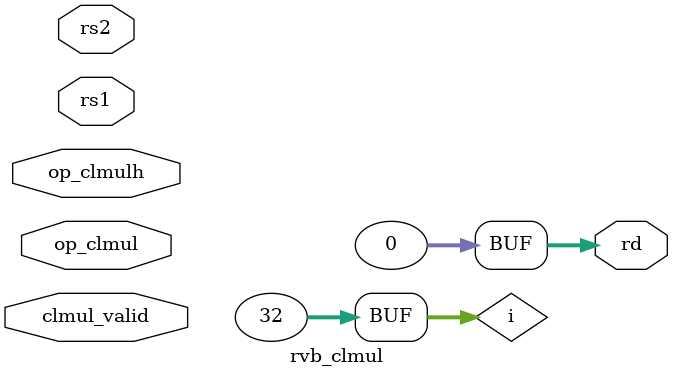
<source format=v>
module rvb_clmul (clmul_valid, op_clmul, op_clmulh, rs1, rs2, rd);
	
	// data input
	input clmul_valid, op_clmul, op_clmulh;
	input  [31:0] rs1;        // value of 1st argument
	input  [31:0] rs2;        // value of 2nd argument
	
	// data output
	output reg [31:0] rd;         // output value
	

	// 13 12  3   Function
	// --------   --------
	//  0  1  0   CLMUL
	//  1  1  0   CLMULH


integer i;
assign rd = 0;
	
	always @*
	begin
	for (i = 0; i < 32; i = i + 1)
		begin
		if(op_clmul)
		begin
		if ((rs2 >> i) & 1)
		   begin
		   rd = rd ^ rs1 << i;
		   end
		end
		else
		begin
		if ((rs2 >> i) & 1)
			begin
			rd = rd ^ rs1 >> (32-i);
			end
		end
		end
	end
endmodule
</source>
